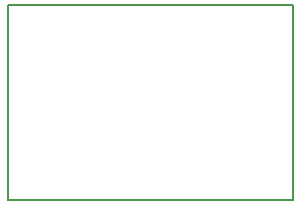
<source format=gbr>
G04 #@! TF.FileFunction,Profile,NP*
%FSLAX46Y46*%
G04 Gerber Fmt 4.6, Leading zero omitted, Abs format (unit mm)*
G04 Created by KiCad (PCBNEW 4.0.2+e4-6225~38~ubuntu16.04.1-stable) date Mon 01 Aug 2016 04:17:03 PM PDT*
%MOMM*%
G01*
G04 APERTURE LIST*
%ADD10C,0.100000*%
%ADD11C,0.150000*%
G04 APERTURE END LIST*
D10*
D11*
X133350000Y-113030000D02*
X157480000Y-113030000D01*
X157480000Y-96520000D02*
X133350000Y-96520000D01*
X133350000Y-96520000D02*
X133350000Y-113030000D01*
X157480000Y-96520000D02*
X157480000Y-113030000D01*
M02*

</source>
